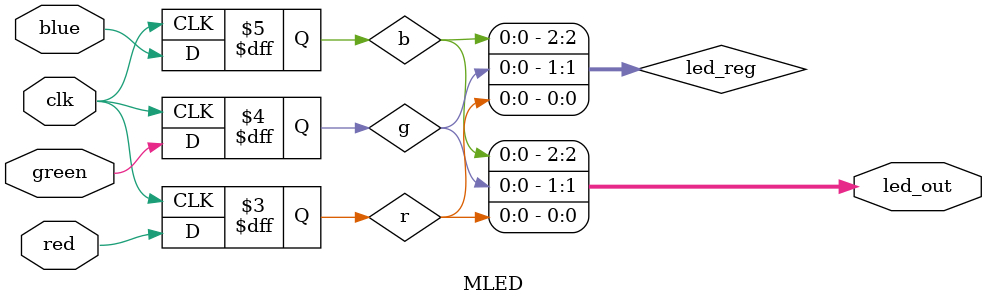
<source format=sv>
`timescale 1ns / 1ps


module MLED(
        input logic clk,
        input logic red, green, blue,
        output logic [2:0] led_out
    );
    
    logic r,g,b;                // register for red, green, blue values
    logic [2:0] led_reg;        // register for LED output
    
    always_ff @(posedge clk)
        begin
            r <= red;
            g <= green;
            b <= blue;
        end
            
    always_comb
        begin
            led_reg[0] = r;
            led_reg[1] = g;
            led_reg[2] = b;
        end
           
    assign led_out = led_reg;
endmodule

</source>
